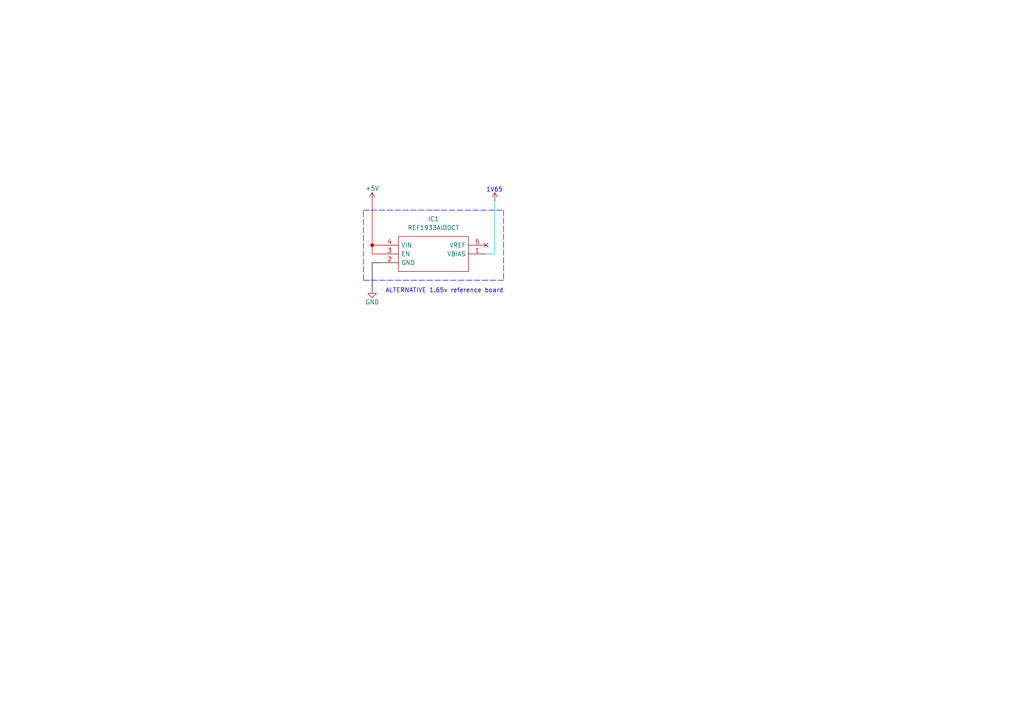
<source format=kicad_sch>
(kicad_sch (version 20211123) (generator eeschema)

  (uuid a542709d-0b2a-4055-81e2-d596cb6ac597)

  (paper "A4")

  (lib_symbols
    (symbol "personali:REF1933AIDDCT" (pin_names (offset 0.762)) (in_bom yes) (on_board yes)
      (property "Reference" "IC?" (id 0) (at 15.24 7.62 0)
        (effects (font (size 1.27 1.27)))
      )
      (property "Value" "REF1933AIDDCT" (id 1) (at 15.24 5.08 0)
        (effects (font (size 1.27 1.27)))
      )
      (property "Footprint" "SOT95P280X110-5N" (id 2) (at 26.67 2.54 0)
        (effects (font (size 1.27 1.27)) (justify left) hide)
      )
      (property "Datasheet" "http://www.ti.com/lit/gpn/ref1933" (id 3) (at 26.67 0 0)
        (effects (font (size 1.27 1.27)) (justify left) hide)
      )
      (property "Description" "Dual Output Vref and Vref/2 Voltage Reference" (id 4) (at 26.67 -2.54 0)
        (effects (font (size 1.27 1.27)) (justify left) hide)
      )
      (property "Height" "1.1" (id 5) (at 26.67 -5.08 0)
        (effects (font (size 1.27 1.27)) (justify left) hide)
      )
      (property "Manufacturer_Name" "Texas Instruments" (id 6) (at 26.67 -7.62 0)
        (effects (font (size 1.27 1.27)) (justify left) hide)
      )
      (property "Manufacturer_Part_Number" "REF1933AIDDCT" (id 7) (at 26.67 -10.16 0)
        (effects (font (size 1.27 1.27)) (justify left) hide)
      )
      (property "Mouser Part Number" "595-REF1933AIDDCT" (id 8) (at 26.67 -12.7 0)
        (effects (font (size 1.27 1.27)) (justify left) hide)
      )
      (property "Mouser Price/Stock" "https://www.mouser.co.uk/ProductDetail/Texas-Instruments/REF1933AIDDCT?qs=asCBFxFfL1SYqn%2FsVpk0PQ%3D%3D" (id 9) (at 26.67 -15.24 0)
        (effects (font (size 1.27 1.27)) (justify left) hide)
      )
      (property "Arrow Part Number" "REF1933AIDDCT" (id 10) (at 26.67 -17.78 0)
        (effects (font (size 1.27 1.27)) (justify left) hide)
      )
      (property "Arrow Price/Stock" "https://www.arrow.com/en/products/ref1933aiddct/texas-instruments?region=nac" (id 11) (at 26.67 -20.32 0)
        (effects (font (size 1.27 1.27)) (justify left) hide)
      )
      (property "Mouser Testing Part Number" "" (id 12) (at 26.67 -22.86 0)
        (effects (font (size 1.27 1.27)) (justify left) hide)
      )
      (property "Mouser Testing Price/Stock" "" (id 13) (at 26.67 -25.4 0)
        (effects (font (size 1.27 1.27)) (justify left) hide)
      )
      (property "ki_description" "Dual Output Vref and Vref/2 Voltage Reference" (id 14) (at 0 0 0)
        (effects (font (size 1.27 1.27)) hide)
      )
      (symbol "REF1933AIDDCT_0_0"
        (pin passive line (at 30.48 -2.54 180) (length 5.08)
          (name "VBIAS" (effects (font (size 1.27 1.27))))
          (number "1" (effects (font (size 1.27 1.27))))
        )
        (pin passive line (at 0 -5.08 0) (length 5.08)
          (name "GND" (effects (font (size 1.27 1.27))))
          (number "2" (effects (font (size 1.27 1.27))))
        )
        (pin passive line (at 0 -2.54 0) (length 5.08)
          (name "EN" (effects (font (size 1.27 1.27))))
          (number "3" (effects (font (size 1.27 1.27))))
        )
        (pin passive line (at 0 0 0) (length 5.08)
          (name "VIN" (effects (font (size 1.27 1.27))))
          (number "4" (effects (font (size 1.27 1.27))))
        )
        (pin passive line (at 30.48 0 180) (length 5.08)
          (name "VREF" (effects (font (size 1.27 1.27))))
          (number "5" (effects (font (size 1.27 1.27))))
        )
      )
      (symbol "REF1933AIDDCT_0_1"
        (polyline
          (pts
            (xy 5.08 2.54)
            (xy 25.4 2.54)
            (xy 25.4 -7.62)
            (xy 5.08 -7.62)
            (xy 5.08 2.54)
          )
          (stroke (width 0.1524) (type default) (color 0 0 0 0))
          (fill (type none))
        )
      )
    )
    (symbol "power:+5V" (power) (pin_names (offset 0)) (in_bom yes) (on_board yes)
      (property "Reference" "#PWR" (id 0) (at 0 -3.81 0)
        (effects (font (size 1.27 1.27)) hide)
      )
      (property "Value" "+5V" (id 1) (at 0 3.556 0)
        (effects (font (size 1.27 1.27)))
      )
      (property "Footprint" "" (id 2) (at 0 0 0)
        (effects (font (size 1.27 1.27)) hide)
      )
      (property "Datasheet" "" (id 3) (at 0 0 0)
        (effects (font (size 1.27 1.27)) hide)
      )
      (property "ki_keywords" "power-flag" (id 4) (at 0 0 0)
        (effects (font (size 1.27 1.27)) hide)
      )
      (property "ki_description" "Power symbol creates a global label with name \"+5V\"" (id 5) (at 0 0 0)
        (effects (font (size 1.27 1.27)) hide)
      )
      (symbol "+5V_0_1"
        (polyline
          (pts
            (xy -0.762 1.27)
            (xy 0 2.54)
          )
          (stroke (width 0) (type default) (color 0 0 0 0))
          (fill (type none))
        )
        (polyline
          (pts
            (xy 0 0)
            (xy 0 2.54)
          )
          (stroke (width 0) (type default) (color 0 0 0 0))
          (fill (type none))
        )
        (polyline
          (pts
            (xy 0 2.54)
            (xy 0.762 1.27)
          )
          (stroke (width 0) (type default) (color 0 0 0 0))
          (fill (type none))
        )
      )
      (symbol "+5V_1_1"
        (pin power_in line (at 0 0 90) (length 0) hide
          (name "+5V" (effects (font (size 1.27 1.27))))
          (number "1" (effects (font (size 1.27 1.27))))
        )
      )
    )
    (symbol "power:GND" (power) (pin_names (offset 0)) (in_bom yes) (on_board yes)
      (property "Reference" "#PWR" (id 0) (at 0 -6.35 0)
        (effects (font (size 1.27 1.27)) hide)
      )
      (property "Value" "GND" (id 1) (at 0 -3.81 0)
        (effects (font (size 1.27 1.27)))
      )
      (property "Footprint" "" (id 2) (at 0 0 0)
        (effects (font (size 1.27 1.27)) hide)
      )
      (property "Datasheet" "" (id 3) (at 0 0 0)
        (effects (font (size 1.27 1.27)) hide)
      )
      (property "ki_keywords" "power-flag" (id 4) (at 0 0 0)
        (effects (font (size 1.27 1.27)) hide)
      )
      (property "ki_description" "Power symbol creates a global label with name \"GND\" , ground" (id 5) (at 0 0 0)
        (effects (font (size 1.27 1.27)) hide)
      )
      (symbol "GND_0_1"
        (polyline
          (pts
            (xy 0 0)
            (xy 0 -1.27)
            (xy 1.27 -1.27)
            (xy 0 -2.54)
            (xy -1.27 -1.27)
            (xy 0 -1.27)
          )
          (stroke (width 0) (type default) (color 0 0 0 0))
          (fill (type none))
        )
      )
      (symbol "GND_1_1"
        (pin power_in line (at 0 0 270) (length 0) hide
          (name "GND" (effects (font (size 1.27 1.27))))
          (number "1" (effects (font (size 1.27 1.27))))
        )
      )
    )
    (symbol "power:VDD" (power) (pin_numbers hide) (pin_names (offset 0) hide) (in_bom yes) (on_board yes)
      (property "Reference" "#PWR" (id 0) (at 0 -3.81 0)
        (effects (font (size 1.27 1.27)) hide)
      )
      (property "Value" "VDD" (id 1) (at 0 3.81 0)
        (effects (font (size 1.27 1.27)))
      )
      (property "Footprint" "" (id 2) (at 0 0 0)
        (effects (font (size 1.27 1.27)) hide)
      )
      (property "Datasheet" "" (id 3) (at 0 0 0)
        (effects (font (size 1.27 1.27)) hide)
      )
      (property "ki_keywords" "power-flag" (id 4) (at 0 0 0)
        (effects (font (size 1.27 1.27)) hide)
      )
      (property "ki_description" "Power symbol creates a global label with name \"VDD\"" (id 5) (at 0 0 0)
        (effects (font (size 1.27 1.27)) hide)
      )
      (symbol "VDD_0_1"
        (polyline
          (pts
            (xy -0.762 1.27)
            (xy 0 2.54)
          )
          (stroke (width 0) (type default) (color 0 0 0 0))
          (fill (type none))
        )
        (polyline
          (pts
            (xy 0 0)
            (xy 0 2.54)
          )
          (stroke (width 0) (type default) (color 0 0 0 0))
          (fill (type none))
        )
        (polyline
          (pts
            (xy 0 2.54)
            (xy 0.762 1.27)
          )
          (stroke (width 0) (type default) (color 0 0 0 0))
          (fill (type none))
        )
      )
      (symbol "VDD_1_1"
        (pin power_in line (at 0 0 90) (length 0) hide
          (name "VDD" (effects (font (size 1.27 1.27))))
          (number "1" (effects (font (size 1.27 1.27))))
        )
      )
    )
  )

  (junction (at 107.95 71.12) (diameter 0) (color 194 0 0 1)
    (uuid 0adadd71-b407-462b-92a6-849632b72c74)
  )

  (no_connect (at 140.97 71.12) (uuid ca0de590-723d-4a76-a650-2a5176d5ed4b))

  (polyline (pts (xy 146.05 60.96) (xy 146.05 81.28))
    (stroke (width 0) (type default) (color 0 0 0 0))
    (uuid 0f6f4a56-f08f-4a83-8524-75dce5313c34)
  )
  (polyline (pts (xy 105.41 60.96) (xy 125.73 60.96))
    (stroke (width 0) (type default) (color 0 0 0 0))
    (uuid 2c03ca1d-907f-46b1-967c-6bdd22aa0e6e)
  )
  (polyline (pts (xy 105.41 81.28) (xy 105.41 60.96))
    (stroke (width 0) (type default) (color 0 0 0 0))
    (uuid 345ee8f1-1ff7-45c9-a9fa-44f956f404a4)
  )

  (wire (pts (xy 107.95 71.12) (xy 110.49 71.12))
    (stroke (width 0) (type default) (color 194 0 0 1))
    (uuid 366876ff-f21c-4461-aa20-649071a6919a)
  )
  (polyline (pts (xy 125.73 60.96) (xy 146.05 60.96))
    (stroke (width 0) (type default) (color 0 0 0 0))
    (uuid 3a8574f3-b802-46ab-960c-95ba4516faa5)
  )

  (wire (pts (xy 140.97 73.66) (xy 143.51 73.66))
    (stroke (width 0) (type default) (color 0 194 194 1))
    (uuid 604d595c-b3aa-4b77-bd7f-56956be2fa63)
  )
  (wire (pts (xy 110.49 73.66) (xy 107.95 73.66))
    (stroke (width 0) (type default) (color 194 0 0 1))
    (uuid 6d009c43-2055-4990-9339-8fa6d4a45cc5)
  )
  (wire (pts (xy 107.95 58.42) (xy 107.95 71.12))
    (stroke (width 0) (type default) (color 194 0 0 1))
    (uuid 768dd990-500b-4db2-b837-ddc5d9915d41)
  )
  (wire (pts (xy 110.49 76.2) (xy 107.95 76.2))
    (stroke (width 0) (type default) (color 0 0 0 1))
    (uuid 981493fb-67b1-4c7d-8253-c8156096c2b6)
  )
  (wire (pts (xy 107.95 73.66) (xy 107.95 71.12))
    (stroke (width 0) (type default) (color 194 0 0 1))
    (uuid a7c5046d-a1be-4439-a49d-9775141d122e)
  )
  (polyline (pts (xy 146.05 81.28) (xy 105.41 81.28))
    (stroke (width 0) (type default) (color 0 0 0 0))
    (uuid b0a62bee-b439-4276-b692-439af4725146)
  )

  (wire (pts (xy 107.95 76.2) (xy 107.95 83.82))
    (stroke (width 0) (type default) (color 0 0 0 1))
    (uuid da4d6825-c9d4-4877-a07c-939a256f1216)
  )
  (wire (pts (xy 143.51 58.42) (xy 143.51 73.66))
    (stroke (width 0) (type default) (color 0 194 194 1))
    (uuid ef314aad-6f95-441c-9bb4-b85224dec953)
  )

  (text "1V65\n" (at 140.97 55.88 0)
    (effects (font (size 1.27 1.27)) (justify left bottom))
    (uuid 73da8e42-864f-4b73-b887-6645a53a4241)
  )
  (text "ALTERNATIVE 1.65v reference board\n" (at 111.76 85.09 0)
    (effects (font (size 1.27 1.27)) (justify left bottom))
    (uuid 84273511-eb46-433c-a307-b58e5f1308ef)
  )

  (symbol (lib_id "power:GND") (at 107.95 83.82 0) (unit 1)
    (in_bom yes) (on_board yes)
    (uuid 19e54d21-043e-4eef-8037-186cf5118335)
    (property "Reference" "#PWR03" (id 0) (at 107.95 90.17 0)
      (effects (font (size 1.27 1.27)) hide)
    )
    (property "Value" "GND" (id 1) (at 107.95 87.63 0))
    (property "Footprint" "" (id 2) (at 107.95 83.82 0)
      (effects (font (size 1.27 1.27)) hide)
    )
    (property "Datasheet" "" (id 3) (at 107.95 83.82 0)
      (effects (font (size 1.27 1.27)) hide)
    )
    (pin "1" (uuid ccd5be67-ed2a-48d1-bea7-f5463dc037b1))
  )

  (symbol (lib_id "power:+5V") (at 107.95 58.42 0) (unit 1)
    (in_bom yes) (on_board yes)
    (uuid 2dd2c452-4ae9-49a5-a39c-476c29fd9105)
    (property "Reference" "#PWR01" (id 0) (at 107.95 62.23 0)
      (effects (font (size 1.27 1.27)) hide)
    )
    (property "Value" "+5V" (id 1) (at 107.95 54.61 0))
    (property "Footprint" "" (id 2) (at 107.95 58.42 0)
      (effects (font (size 1.27 1.27)) hide)
    )
    (property "Datasheet" "" (id 3) (at 107.95 58.42 0)
      (effects (font (size 1.27 1.27)) hide)
    )
    (pin "1" (uuid ed9710b4-5b9a-4926-a092-1b1a68e80e28))
  )

  (symbol (lib_id "power:VDD") (at 143.51 58.42 0) (unit 1)
    (in_bom yes) (on_board yes) (fields_autoplaced)
    (uuid 900bc91f-1022-438b-8ab8-720533940635)
    (property "Reference" "#PWR02" (id 0) (at 143.51 62.23 0)
      (effects (font (size 1.27 1.27)) hide)
    )
    (property "Value" "VDD" (id 1) (at 143.51 53.34 0)
      (effects (font (size 1.27 1.27)) hide)
    )
    (property "Footprint" "" (id 2) (at 143.51 58.42 0)
      (effects (font (size 1.27 1.27)) hide)
    )
    (property "Datasheet" "" (id 3) (at 143.51 58.42 0)
      (effects (font (size 1.27 1.27)) hide)
    )
    (pin "1" (uuid 8c0b644b-9576-49e8-9103-7d6ef6a28d9b))
  )

  (symbol (lib_id "personali:REF1933AIDDCT") (at 110.49 71.12 0) (unit 1)
    (in_bom yes) (on_board yes) (fields_autoplaced)
    (uuid a9f5f640-7698-4476-a232-009d9e1815e9)
    (property "Reference" "IC1" (id 0) (at 125.73 63.5 0))
    (property "Value" "REF1933AIDDCT" (id 1) (at 125.73 66.04 0))
    (property "Footprint" "SOT95P280X110-5N" (id 2) (at 137.16 68.58 0)
      (effects (font (size 1.27 1.27)) (justify left) hide)
    )
    (property "Datasheet" "http://www.ti.com/lit/gpn/ref1933" (id 3) (at 137.16 71.12 0)
      (effects (font (size 1.27 1.27)) (justify left) hide)
    )
    (property "Description" "Dual Output Vref and Vref/2 Voltage Reference" (id 4) (at 137.16 73.66 0)
      (effects (font (size 1.27 1.27)) (justify left) hide)
    )
    (property "Height" "1.1" (id 5) (at 137.16 76.2 0)
      (effects (font (size 1.27 1.27)) (justify left) hide)
    )
    (property "Manufacturer_Name" "Texas Instruments" (id 6) (at 137.16 78.74 0)
      (effects (font (size 1.27 1.27)) (justify left) hide)
    )
    (property "Manufacturer_Part_Number" "REF1933AIDDCT" (id 7) (at 137.16 81.28 0)
      (effects (font (size 1.27 1.27)) (justify left) hide)
    )
    (property "Mouser Part Number" "595-REF1933AIDDCT" (id 8) (at 137.16 83.82 0)
      (effects (font (size 1.27 1.27)) (justify left) hide)
    )
    (property "Mouser Price/Stock" "https://www.mouser.co.uk/ProductDetail/Texas-Instruments/REF1933AIDDCT?qs=asCBFxFfL1SYqn%2FsVpk0PQ%3D%3D" (id 9) (at 137.16 86.36 0)
      (effects (font (size 1.27 1.27)) (justify left) hide)
    )
    (property "Arrow Part Number" "REF1933AIDDCT" (id 10) (at 137.16 88.9 0)
      (effects (font (size 1.27 1.27)) (justify left) hide)
    )
    (property "Arrow Price/Stock" "https://www.arrow.com/en/products/ref1933aiddct/texas-instruments?region=nac" (id 11) (at 137.16 91.44 0)
      (effects (font (size 1.27 1.27)) (justify left) hide)
    )
    (property "Mouser Testing Part Number" "" (id 12) (at 137.16 93.98 0)
      (effects (font (size 1.27 1.27)) (justify left) hide)
    )
    (property "Mouser Testing Price/Stock" "" (id 13) (at 137.16 96.52 0)
      (effects (font (size 1.27 1.27)) (justify left) hide)
    )
    (pin "1" (uuid 35fa3784-99c2-438e-b985-4b2607eab061))
    (pin "2" (uuid 91875b8d-d7a8-4e31-b22f-e2fb723f288c))
    (pin "3" (uuid 7a362464-a81c-40ee-bdb3-e90729b5fe36))
    (pin "4" (uuid 892a6524-f0e9-434b-97f3-dac5221fc6ff))
    (pin "5" (uuid 862b91a9-a9e7-4b4e-9e15-f28c7913a073))
  )

  (sheet_instances
    (path "/" (page "1"))
  )

  (symbol_instances
    (path "/2dd2c452-4ae9-49a5-a39c-476c29fd9105"
      (reference "#PWR01") (unit 1) (value "+5V") (footprint "")
    )
    (path "/900bc91f-1022-438b-8ab8-720533940635"
      (reference "#PWR02") (unit 1) (value "VDD") (footprint "")
    )
    (path "/19e54d21-043e-4eef-8037-186cf5118335"
      (reference "#PWR03") (unit 1) (value "GND") (footprint "")
    )
    (path "/a9f5f640-7698-4476-a232-009d9e1815e9"
      (reference "IC1") (unit 1) (value "REF1933AIDDCT") (footprint "SOT95P280X110-5N")
    )
  )
)

</source>
